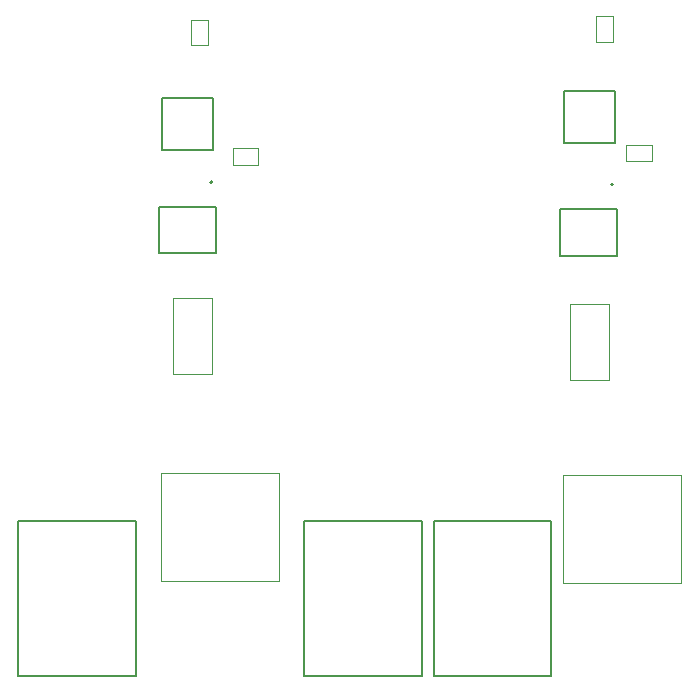
<source format=gbr>
%TF.GenerationSoftware,Altium Limited,Altium Designer,22.11.1 (43)*%
G04 Layer_Color=16711935*
%FSLAX45Y45*%
%MOMM*%
%TF.SameCoordinates,F2FF868D-8EDF-4B6E-A412-4C3DA5591A8F*%
%TF.FilePolarity,Positive*%
%TF.FileFunction,Other,Top_3D_Body*%
%TF.Part,Single*%
G01*
G75*
%TA.AperFunction,NonConductor*%
%ADD38C,0.20000*%
%ADD39C,0.12700*%
%ADD42C,0.10000*%
D38*
X8113200Y5203900D02*
G03*
X8113200Y5203900I-10000J0D01*
G01*
X4719700Y5223900D02*
G03*
X4719700Y5223900I-10000J0D01*
G01*
X4725000Y5500000D02*
Y5940000D01*
X4295000Y5500000D02*
X4725000D01*
X4295000D02*
Y5940000D01*
X4725000D01*
X5491000Y1041000D02*
Y2359000D01*
Y1041000D02*
X6489000D01*
Y2359000D01*
X5491000D02*
X6489000D01*
X3071000D02*
X4069000D01*
Y1041000D02*
Y2359000D01*
X3071000Y1041000D02*
X4069000D01*
X3071000D02*
Y2359000D01*
X6591000Y1041000D02*
Y2359000D01*
Y1041000D02*
X7589000D01*
Y2359000D01*
X6591000D02*
X7589000D01*
X8123500Y5560000D02*
Y6000000D01*
X7693500Y5560000D02*
X8123500D01*
X7693500D02*
Y6000000D01*
X8123500D01*
D39*
X7661000Y4603000D02*
X8146000D01*
X7661000Y4993000D02*
X8146000D01*
X7661000Y4603000D02*
Y4993000D01*
X8146000Y4603000D02*
Y4993000D01*
X4267500Y4623000D02*
X4752500D01*
X4267500Y5013000D02*
X4752500D01*
X4267500Y4623000D02*
Y5013000D01*
X4752500Y4623000D02*
Y5013000D01*
D42*
X4287500Y2765000D02*
X5284500D01*
X4287500Y1850500D02*
X5284500D01*
Y2765000D01*
X4287500Y1850500D02*
Y2765000D01*
X7687500Y2745000D02*
X8684500D01*
X7687500Y1830500D02*
X8684500D01*
Y2745000D01*
X7687500Y1830500D02*
Y2745000D01*
X8222500Y5540000D02*
X8437500D01*
X8222500Y5400000D02*
X8437500D01*
X8222500D02*
Y5540000D01*
X8437500Y5400000D02*
Y5540000D01*
X7742500Y4192500D02*
X8077500D01*
X7742500Y3547500D02*
X8077500D01*
Y4192500D01*
X7742500Y3547500D02*
Y4192500D01*
X5107500Y5370000D02*
Y5510000D01*
X4892500Y5370000D02*
Y5510000D01*
Y5370000D02*
X5107500D01*
X4892500Y5510000D02*
X5107500D01*
X4382500Y4242500D02*
X4717500D01*
X4382500Y3597500D02*
X4717500D01*
Y4242500D01*
X4382500Y3597500D02*
Y4242500D01*
X7970000Y6412500D02*
Y6627500D01*
X8110000Y6412500D02*
Y6627500D01*
X7970000Y6412500D02*
X8110000D01*
X7970000Y6627500D02*
X8110000D01*
X4540000Y6382500D02*
Y6597500D01*
X4680000Y6382500D02*
Y6597500D01*
X4540000Y6382500D02*
X4680000D01*
X4540000Y6597500D02*
X4680000D01*
%TF.MD5,99cb0d8e1a0655b59f61fcf532ca30cb*%
M02*

</source>
